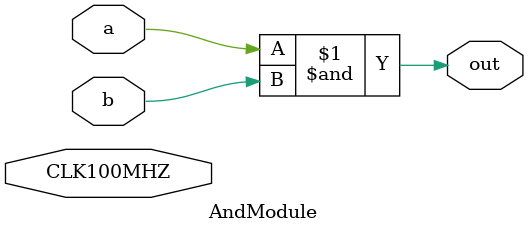
<source format=v>
`timescale 1ns / 1ps


module AndModule(
    input CLK100MHZ,
    input a,
    input b,
    output out
    );
    assign out = a&b ;
    
endmodule

</source>
